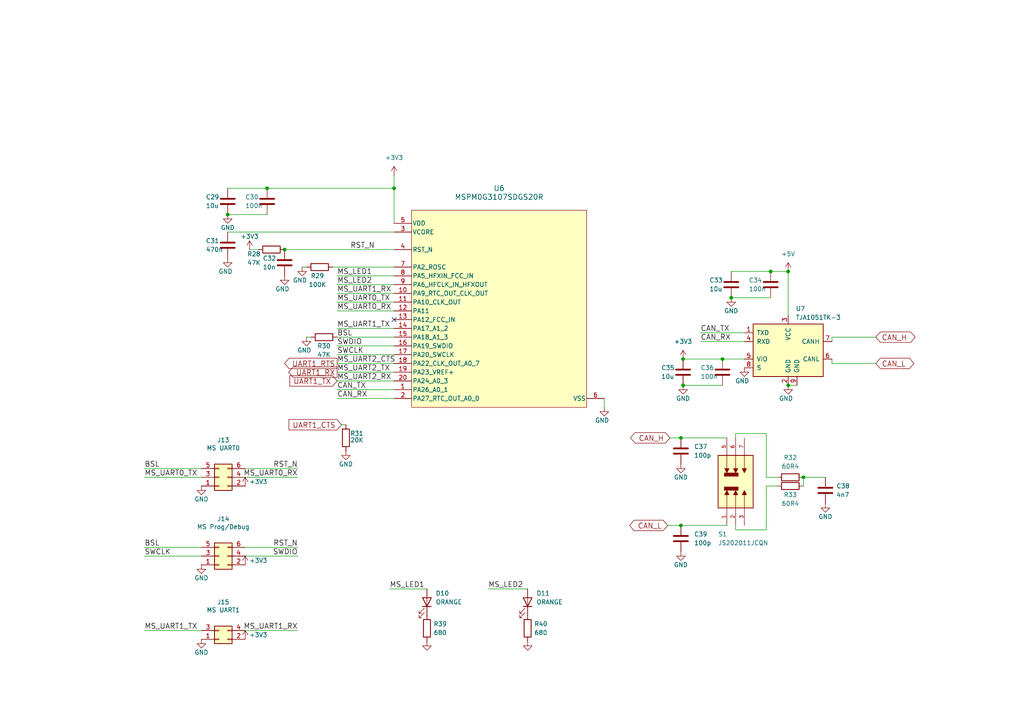
<source format=kicad_sch>
(kicad_sch (version 20231120) (generator "eeschema") (generator_version "8.0")
  (paper "A4")
  (lib_symbols
    (symbol "Connector_Generic:Conn_02x02_Odd_Even" (pin_names (offset 1.016) hide)
      (property "Reference" "J" (at 1.27 2.54 0))
      (property "Value" "Conn_02x02_Odd_Even" (at 1.27 -5.08 0))
      (symbol "Conn_02x02_Odd_Even_1_1"
        (rectangle (start -1.27 -2.413) (end 0 -2.667) (stroke (width 0.1524)))
        (rectangle (start -1.27 0.127) (end 0 -0.127) (stroke (width 0.1524)))
        (rectangle (start -1.27 1.27) (end 3.81 -3.81) (stroke (width 0.254)) (fill (type background)))
        (rectangle (start 3.81 -2.413) (end 2.54 -2.667) (stroke (width 0.1524)))
        (rectangle (start 3.81 0.127) (end 2.54 -0.127) (stroke (width 0.1524)))
        (pin passive line (at -5.08 0 0) (length 3.81) (name "Pin_1") (number "1"))
        (pin passive line (at 7.62 0 180) (length 3.81) (name "Pin_2") (number "2"))
        (pin passive line (at -5.08 -2.54 0) (length 3.81) (name "Pin_3") (number "3"))
        (pin passive line (at 7.62 -2.54 180) (length 3.81) (name "Pin_4") (number "4"))
      )
    )
    (symbol "Connector_Generic:Conn_02x03_Odd_Even" (pin_names (offset 1.016) hide)
      (property "Reference" "J" (at 1.27 5.08 0))
      (property "Value" "Conn_02x03_Odd_Even" (at 1.27 -5.08 0))
      (symbol "Conn_02x03_Odd_Even_1_1"
        (rectangle (start -1.27 -2.413) (end 0 -2.667) (stroke (width 0.1524)))
        (rectangle (start -1.27 0.127) (end 0 -0.127) (stroke (width 0.1524)))
        (rectangle (start -1.27 2.667) (end 0 2.413) (stroke (width 0.1524)))
        (rectangle (start -1.27 3.81) (end 3.81 -3.81) (stroke (width 0.254)) (fill (type background)))
        (rectangle (start 3.81 -2.413) (end 2.54 -2.667) (stroke (width 0.1524)))
        (rectangle (start 3.81 0.127) (end 2.54 -0.127) (stroke (width 0.1524)))
        (rectangle (start 3.81 2.667) (end 2.54 2.413) (stroke (width 0.1524)))
        (pin passive line (at -5.08 2.54 0) (length 3.81) (name "Pin_1") (number "1"))
        (pin passive line (at 7.62 2.54 180) (length 3.81) (name "Pin_2") (number "2"))
        (pin passive line (at -5.08 0 0) (length 3.81) (name "Pin_3") (number "3"))
        (pin passive line (at 7.62 0 180) (length 3.81) (name "Pin_4") (number "4"))
        (pin passive line (at -5.08 -2.54 0) (length 3.81) (name "Pin_5") (number "5"))
        (pin passive line (at 7.62 -2.54 180) (length 3.81) (name "Pin_6") (number "6"))
      )
    )
    (symbol "Device:C" (pin_numbers hide) (pin_names (offset 0.254))
      (property "Reference" "C" (at 0.635 2.54 0))
      (property "Value" "C" (at 0.635 -2.54 0))
      (symbol "C_0_1"
        (polyline (pts (xy -2.032 -0.762) (xy 2.032 -0.762)) (stroke (width 0.508)))
        (polyline (pts (xy -2.032 0.762) (xy 2.032 0.762)) (stroke (width 0.508)))
      )
      (symbol "C_1_1"
        (pin passive line (at 0 3.81 270) (length 2.794) (name "~") (number "1"))
        (pin passive line (at 0 -3.81 90) (length 2.794) (name "~") (number "2"))
      )
    )
    (symbol "Device:LED" (pin_numbers hide) (pin_names (offset 1.016) hide)
      (property "Reference" "D" (at 0 2.54 0))
      (property "Value" "LED" (at 0 -2.54 0))
      (symbol "LED_0_1"
        (polyline (pts (xy -1.27 -1.27) (xy -1.27 1.27)) (stroke (width 0.254)))
        (polyline (pts (xy -1.27 0) (xy 1.27 0)))
        (polyline (pts (xy 1.27 -1.27) (xy 1.27 1.27) (xy -1.27 0) (xy 1.27 -1.27)) (stroke (width 0.254)))
        (polyline (pts (xy -3.048 -0.762) (xy -4.572 -2.286) (xy -3.81 -2.286) (xy -4.572 -2.286) (xy -4.572 -1.524)))
        (polyline (pts (xy -1.778 -0.762) (xy -3.302 -2.286) (xy -2.54 -2.286) (xy -3.302 -2.286) (xy -3.302 -1.524)))
      )
      (symbol "LED_1_1"
        (pin passive line (at -3.81 0 0) (length 2.54) (name "K") (number "1"))
        (pin passive line (at 3.81 0 180) (length 2.54) (name "A") (number "2"))
      )
    )
    (symbol "Device:R" (pin_numbers hide) (pin_names (offset 0))
      (property "Reference" "R" (at 2.032 0 90))
      (property "Value" "R" (at 0 0 90))
      (symbol "R_0_1"
        (rectangle (start -1.016 -2.54) (end 1.016 2.54) (stroke (width 0.254)))
      )
      (symbol "R_1_1"
        (pin passive line (at 0 3.81 270) (length 1.27) (name "~") (number "1"))
        (pin passive line (at 0 -3.81 90) (length 1.27) (name "~") (number "2"))
      )
    )
    (symbol "Interface_CAN_LIN:TJA1051TK-3" (pin_names (offset 1.016))
      (property "Reference" "U" (at -10.16 8.89 0))
      (property "Value" "TJA1051TK-3" (at 1.27 8.89 0))
      (symbol "TJA1051TK-3_0_1"
        (rectangle (start -10.16 7.62) (end 10.16 -7.62) (stroke (width 0.254)) (fill (type background)))
      )
      (symbol "TJA1051TK-3_1_1"
        (pin input line (at -12.7 5.08 0) (length 2.54) (name "TXD") (number "1"))
        (pin power_in line (at 0 -10.16 90) (length 2.54) (name "GND") (number "2"))
        (pin power_in line (at 0 10.16 270) (length 2.54) (name "VCC") (number "3"))
        (pin output line (at -12.7 2.54 0) (length 2.54) (name "RXD") (number "4"))
        (pin power_in line (at -12.7 -2.54 0) (length 2.54) (name "VIO") (number "5"))
        (pin bidirectional line (at 12.7 -2.54 180) (length 2.54) (name "CANL") (number "6"))
        (pin bidirectional line (at 12.7 2.54 180) (length 2.54) (name "CANH") (number "7"))
        (pin input line (at -12.7 -5.08 0) (length 2.54) (name "S") (number "8"))
        (pin power_in line (at 2.54 -10.16 90) (length 2.54) (name "GND") (number "9"))
      )
    )
    (symbol "Project:JS202011JCQN" (pin_names (offset 1.016))
      (property "Reference" "S" (at -7.62 6.35 0))
      (property "Value" "JS202011JCQN" (at -7.62 -6.35 0))
      (symbol "JS202011JCQN_0_0"
        (rectangle (start -7.62 -5.08) (end 7.62 5.08) (stroke (width 0.254)) (fill (type background)))
        (polyline (pts (xy -7.62 -2.54) (xy -3.81 -2.54)) (stroke (width 0.1524)))
        (polyline (pts (xy -7.62 0) (xy -3.81 0)) (stroke (width 0.1524)))
        (polyline (pts (xy -7.62 2.54) (xy -3.81 2.54)) (stroke (width 0.1524)))
        (polyline (pts (xy 7.62 -2.54) (xy 3.81 -2.54)) (stroke (width 0.1524)))
        (polyline (pts (xy 7.62 0) (xy 3.81 0)) (stroke (width 0.1524)))
        (polyline (pts (xy 7.62 2.54) (xy 3.81 2.54)) (stroke (width 0.1524)))
        (polyline (pts (xy -3.81 -1.905) (xy -3.81 -3.175) (xy -2.54 -2.54) (xy -3.81 -1.905)) (stroke (width 0.1524)) (fill (type outline)))
        (polyline (pts (xy -3.81 0.635) (xy -3.81 -0.635) (xy -2.54 0) (xy -3.81 0.635)) (stroke (width 0.1524)) (fill (type outline)))
        (polyline (pts (xy -3.81 3.175) (xy -3.81 1.905) (xy -2.54 2.54) (xy -3.81 3.175)) (stroke (width 0.1524)) (fill (type outline)))
        (polyline (pts (xy 3.81 -3.175) (xy 3.81 -1.905) (xy 2.54 -2.54) (xy 3.81 -3.175)) (stroke (width 0.1524)) (fill (type outline)))
        (polyline (pts (xy 3.81 -0.635) (xy 3.81 0.635) (xy 2.54 0) (xy 3.81 -0.635)) (stroke (width 0.1524)) (fill (type outline)))
        (polyline (pts (xy 3.81 1.905) (xy 3.81 3.175) (xy 2.54 2.54) (xy 3.81 1.905)) (stroke (width 0.1524)) (fill (type outline)))
        (polyline (pts (xy -2.54 3.302) (xy -2.54 -0.762) (xy -1.524 -0.762) (xy -1.524 3.302) (xy -2.54 3.302)) (stroke (width 0.0254)) (fill (type outline)))
        (polyline (pts (xy 1.524 3.302) (xy 1.524 -0.762) (xy 2.54 -0.762) (xy 2.54 3.302) (xy 1.524 3.302)) (stroke (width 0.0254)) (fill (type outline)))
        (pin passive line (at -12.7 2.54 0) (length 5.08) (name "~") (number "1"))
        (pin passive line (at -12.7 0 0) (length 5.08) (name "~") (number "2"))
        (pin passive line (at -12.7 -2.54 0) (length 5.08) (name "~") (number "3"))
        (pin passive line (at 12.7 2.54 180) (length 5.08) (name "~") (number "5"))
        (pin passive line (at 12.7 0 180) (length 5.08) (name "~") (number "6"))
        (pin passive line (at 12.7 -2.54 180) (length 5.08) (name "~") (number "7"))
      )
    )
    (symbol "Project:MSPM0G3107SDGS20R" (pin_names (offset 0.254))
      (property "Reference" "U" (at 0 2.54 0))
      (property "Value" "MSPM0G3107SDGS20R" (at 0 0 0))
      (symbol "MSPM0G3107SDGS20R_0_1"
        (pin bidirectional line (at 0 -48.26 0) (length 5.08) (name "PA26_A0_1") (number "1"))
        (pin bidirectional line (at 0 -20.32 0) (length 5.08) (name "PA9_RTC_OUT_CLK_OUT") (number "10"))
        (pin bidirectional line (at 0 -22.86 0) (length 5.08) (name "PA10_CLK_OUT") (number "11"))
        (pin bidirectional line (at 0 -25.4 0) (length 5.08) (name "PA11") (number "12"))
        (pin bidirectional line (at 0 -27.94 0) (length 5.08) (name "PA12_FCC_IN") (number "13"))
        (pin bidirectional line (at 0 -30.48 0) (length 5.08) (name "PA17_A1_2") (number "14"))
        (pin bidirectional line (at 0 -33.02 0) (length 5.08) (name "PA18_A1_3") (number "15"))
        (pin bidirectional line (at 0 -35.56 0) (length 5.08) (name "PA19_SWDIO") (number "16"))
        (pin bidirectional line (at 0 -38.1 0) (length 5.08) (name "PA20_SWCLK") (number "17"))
        (pin bidirectional line (at 0 -40.64 0) (length 5.08) (name "PA22_CLK_OUT_A0_7") (number "18"))
        (pin bidirectional line (at 0 -43.18 0) (length 5.08) (name "PA23_VREF+") (number "19"))
        (pin bidirectional line (at 0 -50.8 0) (length 5.08) (name "PA27_RTC_OUT_A0_0") (number "2"))
        (pin bidirectional line (at 0 -45.72 0) (length 5.08) (name "PA24_A0_3") (number "20"))
        (pin input line (at 0 -7.62 0) (length 5.08) (name "RST_N") (number "4"))
        (pin power_in line (at 0 0 0) (length 5.08) (name "VDD") (number "5"))
        (pin power_in line (at 60.96 -50.8 180) (length 5.08) (name "VSS") (number "6"))
        (pin bidirectional line (at 0 -12.7 0) (length 5.08) (name "PA2_ROSC") (number "7"))
        (pin bidirectional line (at 0 -15.24 0) (length 5.08) (name "PA5_HFXIN_FCC_IN") (number "8"))
        (pin bidirectional line (at 0 -17.78 0) (length 5.08) (name "PA6_HFCLK_IN_HFXOUT") (number "9"))
      )
      (symbol "MSPM0G3107SDGS20R_1_1"
        (rectangle (start 5.08 3.81) (end 55.88 -53.34) (fill (type background)))
        (pin passive line (at 0 -2.54 0) (length 5.08) (name "VCORE") (number "3"))
      )
    )
    (symbol "power:+3V3" (power) (pin_numbers hide) (pin_names (offset 0) hide)
      (property "Value" "+3V3" (at 0 3.556 0))
      (symbol "+3V3_0_1"
        (polyline (pts (xy -0.762 1.27) (xy 0 2.54)))
        (polyline (pts (xy 0 0) (xy 0 2.54)))
        (polyline (pts (xy 0 2.54) (xy 0.762 1.27)))
      )
      (symbol "+3V3_1_1"
        (pin power_in line (at 0 0 90) (length 0) (name "~") (number "1"))
      )
    )
    (symbol "power:+5V" (power) (pin_numbers hide) (pin_names (offset 0) hide)
      (property "Value" "+5V" (at 0 3.556 0))
      (symbol "+5V_0_1"
        (polyline (pts (xy -0.762 1.27) (xy 0 2.54)))
        (polyline (pts (xy 0 0) (xy 0 2.54)))
        (polyline (pts (xy 0 2.54) (xy 0.762 1.27)))
      )
      (symbol "+5V_1_1"
        (pin power_in line (at 0 0 90) (length 0) (name "~") (number "1"))
      )
    )
    (symbol "power:GND" (power) (pin_numbers hide) (pin_names (offset 0) hide)
      (property "Value" "GND" (at 0 -3.81 0))
      (symbol "GND_0_1"
        (polyline (pts (xy 0 0) (xy 0 -1.27) (xy 1.27 -1.27) (xy 0 -2.54) (xy -1.27 -1.27) (xy 0 -1.27)))
      )
      (symbol "GND_1_1"
        (pin power_in line (at 0 0 270) (length 0) (name "~") (number "1"))
      )
    )
  )
  (junction (at 233.045 138.43))
  (junction (at 228.6 78.74))
  (junction (at 66.04 62.23))
  (junction (at 114.3 54.61))
  (junction (at 223.52 78.74))
  (junction (at 197.485 127))
  (junction (at 228.6 111.76))
  (junction (at 197.485 152.4))
  (junction (at 212.09 86.36))
  (junction (at 82.55 72.39))
  (junction (at 198.12 111.76))
  (junction (at 198.12 104.14))
  (junction (at 209.55 104.14))
  (junction (at 77.47 54.61))
  (no_connect (at 114.3 92.71))
  (wire (pts (xy 97.79 87.63) (xy 114.3 87.63)))
  (wire (pts (xy 222.25 138.43) (xy 225.425 138.43)))
  (wire (pts (xy 71.12 161.29) (xy 86.36 161.29)))
  (wire (pts (xy 209.55 111.76) (xy 198.12 111.76)))
  (wire (pts (xy 97.79 110.49) (xy 114.3 110.49)))
  (wire (pts (xy 241.3 105.41) (xy 254 105.41)))
  (wire (pts (xy 97.79 102.87) (xy 114.3 102.87)))
  (wire (pts (xy 66.04 54.61) (xy 77.47 54.61)))
  (wire (pts (xy 175.26 115.57) (xy 175.26 118.11)))
  (wire (pts (xy 222.25 140.97) (xy 225.425 140.97)))
  (wire (pts (xy 87.63 77.47) (xy 88.9 77.47)))
  (wire (pts (xy 198.12 104.14) (xy 209.55 104.14)))
  (wire (pts (xy 41.91 182.88) (xy 58.42 182.88)))
  (wire (pts (xy 97.79 107.95) (xy 114.3 107.95)))
  (wire (pts (xy 213.36 153.67) (xy 222.25 153.67)))
  (wire (pts (xy 97.79 82.55) (xy 114.3 82.55)))
  (wire (pts (xy 41.91 135.89) (xy 58.42 135.89)))
  (wire (pts (xy 97.79 113.03) (xy 114.3 113.03)))
  (wire (pts (xy 97.79 95.25) (xy 114.3 95.25)))
  (wire (pts (xy 41.91 158.75) (xy 58.42 158.75)))
  (wire (pts (xy 212.09 78.74) (xy 223.52 78.74)))
  (wire (pts (xy 241.3 97.79) (xy 254 97.79)))
  (wire (pts (xy 141.605 170.815) (xy 153.035 170.815)))
  (wire (pts (xy 213.36 152.4) (xy 213.36 153.67)))
  (wire (pts (xy 97.79 90.17) (xy 114.3 90.17)))
  (wire (pts (xy 71.12 135.89) (xy 86.36 135.89)))
  (wire (pts (xy 88.9 97.79) (xy 90.17 97.79)))
  (wire (pts (xy 71.12 158.75) (xy 86.36 158.75)))
  (wire (pts (xy 97.79 97.79) (xy 114.3 97.79)))
  (wire (pts (xy 197.485 127) (xy 210.82 127)))
  (wire (pts (xy 222.25 153.67) (xy 222.25 140.97)))
  (wire (pts (xy 223.52 78.74) (xy 228.6 78.74)))
  (wire (pts (xy 213.36 125.73) (xy 222.25 125.73)))
  (wire (pts (xy 222.25 125.73) (xy 222.25 138.43)))
  (wire (pts (xy 241.3 104.14) (xy 241.3 105.41)))
  (wire (pts (xy 114.3 54.61) (xy 114.3 64.77)))
  (wire (pts (xy 193.675 152.4) (xy 197.485 152.4)))
  (wire (pts (xy 233.045 138.43) (xy 233.045 140.97)))
  (wire (pts (xy 97.79 80.01) (xy 114.3 80.01)))
  (wire (pts (xy 66.04 67.31) (xy 114.3 67.31)))
  (wire (pts (xy 223.52 86.36) (xy 212.09 86.36)))
  (wire (pts (xy 77.47 54.61) (xy 114.3 54.61)))
  (wire (pts (xy 241.3 99.06) (xy 241.3 97.79)))
  (wire (pts (xy 228.6 111.76) (xy 231.14 111.76)))
  (wire (pts (xy 228.6 78.74) (xy 228.6 91.44)))
  (wire (pts (xy 197.485 152.4) (xy 210.82 152.4)))
  (wire (pts (xy 99.06 123.19) (xy 100.33 123.19)))
  (wire (pts (xy 113.03 170.815) (xy 123.825 170.815)))
  (wire (pts (xy 97.79 105.41) (xy 114.3 105.41)))
  (wire (pts (xy 82.55 72.39) (xy 114.3 72.39)))
  (wire (pts (xy 96.52 77.47) (xy 114.3 77.47)))
  (wire (pts (xy 209.55 104.14) (xy 215.9 104.14)))
  (wire (pts (xy 194.31 127) (xy 197.485 127)))
  (wire (pts (xy 97.79 100.33) (xy 114.3 100.33)))
  (wire (pts (xy 97.79 115.57) (xy 114.3 115.57)))
  (wire (pts (xy 74.93 72.39) (xy 72.39 72.39)))
  (wire (pts (xy 97.79 85.09) (xy 114.3 85.09)))
  (wire (pts (xy 71.12 138.43) (xy 86.36 138.43)))
  (wire (pts (xy 71.12 182.88) (xy 86.36 182.88)))
  (wire (pts (xy 77.47 62.23) (xy 66.04 62.23)))
  (wire (pts (xy 203.2 96.52) (xy 215.9 96.52)))
  (wire (pts (xy 41.91 161.29) (xy 58.42 161.29)))
  (wire (pts (xy 41.91 138.43) (xy 58.42 138.43)))
  (wire (pts (xy 233.045 138.43) (xy 239.395 138.43)))
  (wire (pts (xy 114.3 50.8) (xy 114.3 54.61)))
  (wire (pts (xy 213.36 127) (xy 213.36 125.73)))
  (wire (pts (xy 203.2 99.06) (xy 215.9 99.06)))
  (label "SWDIO" (at 97.79 100.33 0) (effects (font (size 1.524 1.524))))
  (label "MS_LED1" (at 113.03 170.815 0) (effects (font (size 1.524 1.524))))
  (label "CAN_RX" (at 203.2 99.06 0) (effects (font (size 1.524 1.524))))
  (label "MS_UART2_TX" (at 97.79 107.95 0) (effects (font (size 1.524 1.524))))
  (label "SWCLK" (at 97.79 102.87 0) (effects (font (size 1.524 1.524))))
  (label "MS_UART1_TX" (at 41.91 182.88 0) (effects (font (size 1.524 1.524))))
  (label "CAN_RX" (at 97.79 115.57 0) (effects (font (size 1.524 1.524))))
  (label "RST_N" (at 86.36 135.89 180) (effects (font (size 1.524 1.524))))
  (label "SWDIO" (at 86.36 161.29 180) (effects (font (size 1.524 1.524))))
  (label "CAN_TX" (at 97.79 113.03 0) (effects (font (size 1.524 1.524))))
  (label "MS_LED2" (at 141.605 170.815 0) (effects (font (size 1.524 1.524))))
  (label "BSL" (at 97.79 97.79 0) (effects (font (size 1.524 1.524))))
  (label "MS_UART0_TX" (at 41.91 138.43 0) (effects (font (size 1.524 1.524))))
  (label "MS_UART1_RX" (at 86.36 182.88 180) (effects (font (size 1.524 1.524))))
  (label "MS_UART2_RX" (at 97.79 110.49 0) (effects (font (size 1.524 1.524))))
  (label "MS_UART2_CTS" (at 97.79 105.41 0) (effects (font (size 1.524 1.524))))
  (label "MS_UART0_TX" (at 97.79 87.63 0) (effects (font (size 1.524 1.524))))
  (label "RST_N" (at 86.36 158.75 180) (effects (font (size 1.524 1.524))))
  (label "MS_LED1" (at 97.79 80.01 0) (effects (font (size 1.524 1.524))))
  (label "SWCLK" (at 41.91 161.29 0) (effects (font (size 1.524 1.524))))
  (label "MS_UART0_RX" (at 97.79 90.17 0) (effects (font (size 1.524 1.524))))
  (label "BSL" (at 41.91 135.89 0) (effects (font (size 1.524 1.524))))
  (label "MS_UART0_RX" (at 86.36 138.43 180) (effects (font (size 1.524 1.524))))
  (label "MS_LED2" (at 97.79 82.55 0) (effects (font (size 1.524 1.524))))
  (label "RST_N" (at 101.6 72.39 0) (effects (font (size 1.524 1.524))))
  (label "MS_UART1_RX" (at 97.79 85.09 0) (effects (font (size 1.524 1.524))))
  (label "CAN_TX" (at 203.2 96.52 0) (effects (font (size 1.524 1.524))))
  (label "BSL" (at 41.91 158.75 0) (effects (font (size 1.524 1.524))))
  (label "MS_UART1_TX" (at 97.79 95.25 0) (effects (font (size 1.524 1.524))))
  (global_label "CAN_L" (shape bidirectional) (at 193.675 152.4 180) (effects (font (size 1.524 1.524))) (property "Intersheetrefs" "${INTERSHEET_REFS}" (effects (hide yes))))
  (global_label "CAN_H" (shape bidirectional) (at 254 97.79 0) (effects (font (size 1.524 1.524))) (property "Intersheetrefs" "${INTERSHEET_REFS}" (effects (hide yes))))
  (global_label "UART1_RTS" (shape output) (at 97.79 105.41 180) (effects (font (size 1.524 1.524))) (property "Intersheetrefs" "${INTERSHEET_REFS}" (effects (hide yes))))
  (global_label "CAN_H" (shape bidirectional) (at 194.31 127 180) (effects (font (size 1.524 1.524))) (property "Intersheetrefs" "${INTERSHEET_REFS}" (effects (hide yes))))
  (global_label "UART1_RX" (shape output) (at 97.79 107.95 180) (effects (font (size 1.524 1.524))) (property "Intersheetrefs" "${INTERSHEET_REFS}" (effects (hide yes))))
  (global_label "CAN_L" (shape bidirectional) (at 254 105.41 0) (effects (font (size 1.524 1.524))) (property "Intersheetrefs" "${INTERSHEET_REFS}" (effects (hide yes))))
  (global_label "UART1_CTS" (shape input) (at 99.06 123.19 180) (effects (font (size 1.524 1.524))) (property "Intersheetrefs" "${INTERSHEET_REFS}" (effects (hide yes))))
  (global_label "UART1_TX" (shape input) (at 97.79 110.49 180) (effects (font (size 1.524 1.524))) (property "Intersheetrefs" "${INTERSHEET_REFS}" (effects (hide yes))))
  (symbol (lib_id "Device:R") (at 153.035 182.245 0) (unit 1)
    (property "Reference" "R40" (at 154.94 180.9749 0) (effects (justify left)))
    (property "Value" "680" (at 154.94 183.5149 0) (effects (justify left)))
    (property "Footprint" "Resistor_SMD:R_0603_1608Metric_Pad0.98x0.95mm_HandSolder" (effects (hide yes)))
    (property "Manufactorer" "YAGEO" (effects (hide yes)))
    (property "Part Number" "RC0603FR-07680RL" (effects (hide yes)))
    (property "Tolerance" "1%" (effects (hide yes)))
  )
  (symbol (lib_id "power:GND") (at 58.42 163.83 0) (unit 1)
    (property "Reference" "#PWR088" (effects (hide yes)))
    (property "Value" "GND" (at 58.42 167.64 0))
    (property "Description" "Power symbol creates a global label with name \"GND\" , ground" (effects (hide yes)))
  )
  (symbol (lib_id "Project:JS202011JCQN") (at 213.36 139.7 90) (unit 1)
    (property "Reference" "S1" (at 208.28 154.94 90) (effects (justify right)))
    (property "Value" "JS202011JCQN" (at 208.28 157.48 90) (effects (justify right)))
    (property "Footprint" "Project:SW_JS202011JCQN" (effects (hide yes)))
    (property "PARTREV" "11 Nov 19" (effects (hide yes)))
    (property "MANUFACTURER" "C&K" (effects (hide yes)))
    (property "MAXIMUM_PACKAGE_HEIGHT" "5.6 mm" (effects (hide yes)))
    (property "STANDARD" "Manufacturer Recommendations" (effects (hide yes)))
    (property "Manufactorer" "C&K" (effects (hide yes)))
    (property "Part Number" "JS202011JCQN" (effects (hide yes)))
  )
  (symbol (lib_id "power:GND") (at 239.395 146.05 0) (unit 1)
    (property "Reference" "#PWR086" (effects (hide yes)))
    (property "Value" "GND" (at 239.395 149.86 0))
    (property "Description" "Power symbol creates a global label with name \"GND\" , ground" (effects (hide yes)))
  )
  (symbol (lib_id "power:GND") (at 153.035 186.055 0) (unit 1)
    (property "Reference" "#PWR027" (effects (hide yes)))
    (property "Value" "GND" (effects (hide yes)))
    (property "Description" "Power symbol creates a global label with name \"GND\" , ground" (effects (hide yes)))
  )
  (symbol (lib_id "Device:C") (at 198.12 107.95 0) (unit 1)
    (property "Reference" "C35" (at 191.77 106.68 0) (effects (justify left)))
    (property "Value" "10u" (at 191.77 109.22 0) (effects (justify left)))
    (property "Footprint" "Capacitor_SMD:C_0603_1608Metric_Pad1.08x0.95mm_HandSolder" (effects (hide yes)))
    (property "Description" "Unpolarized capacitor" (effects (hide yes)))
    (property "Manufactorer" "Murata" (effects (hide yes)))
    (property "Part Number" "GRM21BR61E106KA73L" (effects (hide yes)))
    (property "Tolerance" "10%" (effects (hide yes)))
    (property "Voltage" "25" (effects (hide yes)))
  )
  (symbol (lib_id "Device:R") (at 78.74 72.39 90) (unit 1)
    (property "Reference" "R28" (at 73.66 73.66 90))
    (property "Value" "47K" (at 73.66 76.2 90))
    (property "Footprint" "Resistor_SMD:R_0603_1608Metric_Pad0.98x0.95mm_HandSolder" (effects (hide yes)))
    (property "Description" "Resistor" (effects (hide yes)))
    (property "Manufactorer" "YAGEO" (effects (hide yes)))
    (property "Tolerance" "1%" (effects (hide yes)))
    (property "Part Number" "RT0603BRD0747KL" (effects (hide yes)))
  )
  (symbol (lib_id "Project:MSPM0G3107SDGS20R") (at 114.3 64.77 0) (unit 1)
    (property "Reference" "U6" (at 144.78 54.61 0) (effects (font (size 1.524 1.524))))
    (property "Value" "MSPM0G3107SDGS20R" (at 144.78 57.15 0) (effects (font (size 1.524 1.524))))
    (property "Footprint" "Project:DGS0020A-MFG" (effects (hide yes)))
    (property "Datasheet" "MSPM0G3107SDGS20R" (effects (hide yes)))
  )
  (symbol (lib_id "power:+3V3") (at 71.12 185.42 0) (unit 1)
    (property "Reference" "#PWR091" (effects (hide yes)))
    (property "Value" "+3V3" (at 74.93 184.15 0))
    (property "Description" "Power symbol creates a global label with name \"+3V3\"" (effects (hide yes)))
  )
  (symbol (lib_id "power:GND") (at 82.55 80.01 0) (unit 1)
    (property "Reference" "#PWR074" (effects (hide yes)))
    (property "Value" "GND" (at 81.915 83.82 0))
    (property "Description" "Power symbol creates a global label with name \"GND\" , ground" (effects (hide yes)))
  )
  (symbol (lib_id "Device:R") (at 229.235 140.97 270) (unit 1)
    (property "Reference" "R33" (at 229.235 143.51 90))
    (property "Value" "60R4" (at 229.235 146.05 90))
    (property "Footprint" "Resistor_SMD:R_0603_1608Metric_Pad0.98x0.95mm_HandSolder" (effects (hide yes)))
    (property "Description" "Resistor" (effects (hide yes)))
    (property "Manufactorer" "YAGEO" (effects (hide yes)))
    (property "Tolerance" "1%" (effects (hide yes)))
    (property "Part Number" "RT0603BRD060R4L" (effects (hide yes)))
  )
  (symbol (lib_id "Device:R") (at 93.98 97.79 90) (unit 1)
    (property "Reference" "R30" (at 93.98 100.33 90))
    (property "Value" "47K" (at 93.98 102.87 90))
    (property "Footprint" "Resistor_SMD:R_0603_1608Metric_Pad0.98x0.95mm_HandSolder" (effects (hide yes)))
    (property "Description" "Resistor" (effects (hide yes)))
    (property "Manufactorer" "YAGEO" (effects (hide yes)))
    (property "Tolerance" "1%" (effects (hide yes)))
    (property "Part Number" "RT0603BRD0747KL" (effects (hide yes)))
  )
  (symbol (lib_id "Device:R") (at 229.235 138.43 270) (unit 1)
    (property "Reference" "R32" (at 229.235 132.715 90))
    (property "Value" "60R4" (at 229.235 135.255 90))
    (property "Footprint" "Resistor_SMD:R_0603_1608Metric_Pad0.98x0.95mm_HandSolder" (effects (hide yes)))
    (property "Description" "Resistor" (effects (hide yes)))
    (property "Manufactorer" "YAGEO" (effects (hide yes)))
    (property "Tolerance" "1%" (effects (hide yes)))
    (property "Part Number" "RT0603BRD060R4L" (effects (hide yes)))
  )
  (symbol (lib_id "power:GND") (at 175.26 118.11 0) (unit 1)
    (property "Reference" "#PWR081" (effects (hide yes)))
    (property "Value" "GND" (at 174.625 121.92 0))
    (property "Description" "Power symbol creates a global label with name \"GND\" , ground" (effects (hide yes)))
  )
  (symbol (lib_id "power:+5V") (at 228.6 78.74 0) (unit 1)
    (property "Reference" "#PWR073" (effects (hide yes)))
    (property "Value" "+5V" (at 228.6 73.66 0))
    (property "Description" "Power symbol creates a global label with name \"+5V\"" (effects (hide yes)))
  )
  (symbol (lib_id "Device:R") (at 123.825 182.245 0) (unit 1)
    (property "Reference" "R39" (at 125.73 180.9749 0) (effects (justify left)))
    (property "Value" "680" (at 125.73 183.5149 0) (effects (justify left)))
    (property "Footprint" "Resistor_SMD:R_0603_1608Metric_Pad0.98x0.95mm_HandSolder" (effects (hide yes)))
    (property "Manufactorer" "YAGEO" (effects (hide yes)))
    (property "Part Number" "RC0603FR-07680RL" (effects (hide yes)))
    (property "Tolerance" "1%" (effects (hide yes)))
  )
  (symbol (lib_id "power:+3V3") (at 114.3 50.8 0) (unit 1)
    (property "Reference" "#PWR068" (effects (hide yes)))
    (property "Value" "+3V3" (at 114.3 45.72 0))
    (property "Description" "Power symbol creates a global label with name \"+3V3\"" (effects (hide yes)))
  )
  (symbol (lib_id "Device:C") (at 197.485 156.21 0) (unit 1)
    (property "Reference" "C39" (at 201.295 154.9399 0) (effects (justify left)))
    (property "Value" "100p" (at 201.295 157.4799 0) (effects (justify left)))
    (property "Footprint" "Capacitor_SMD:C_0603_1608Metric_Pad1.08x0.95mm_HandSolder" (effects (hide yes)))
    (property "Description" "Unpolarized capacitor" (effects (hide yes)))
    (property "Manufactorer" "Samsung" (effects (hide yes)))
    (property "Part Number" "CL10C101JB8NNNC" (effects (hide yes)))
    (property "Tolerance" "5%" (effects (hide yes)))
    (property "Voltage" "50" (effects (hide yes)))
  )
  (symbol (lib_id "power:+3V3") (at 198.12 104.14 0) (unit 1)
    (property "Reference" "#PWR077" (effects (hide yes)))
    (property "Value" "+3V3" (at 198.12 99.06 0))
    (property "Description" "Power symbol creates a global label with name \"+3V3\"" (effects (hide yes)))
  )
  (symbol (lib_id "power:+3V3") (at 72.39 72.39 0) (unit 1)
    (property "Reference" "#PWR070" (effects (hide yes)))
    (property "Value" "+3V3" (at 72.39 68.58 0))
    (property "Description" "Power symbol creates a global label with name \"+3V3\"" (effects (hide yes)))
  )
  (symbol (lib_id "Device:C") (at 212.09 82.55 0) (unit 1)
    (property "Reference" "C33" (at 205.74 81.28 0) (effects (justify left)))
    (property "Value" "10u" (at 205.74 83.82 0) (effects (justify left)))
    (property "Footprint" "Capacitor_SMD:C_0603_1608Metric_Pad1.08x0.95mm_HandSolder" (effects (hide yes)))
    (property "Description" "Unpolarized capacitor" (effects (hide yes)))
    (property "Manufactorer" "Murata" (effects (hide yes)))
    (property "Part Number" "GRM21BR61E106KA73L" (effects (hide yes)))
    (property "Tolerance" "10%" (effects (hide yes)))
    (property "Voltage" "25" (effects (hide yes)))
  )
  (symbol (lib_id "power:GND") (at 66.04 62.23 0) (unit 1)
    (property "Reference" "#PWR069" (effects (hide yes)))
    (property "Value" "GND" (at 66.04 66.04 0))
    (property "Description" "Power symbol creates a global label with name \"GND\" , ground" (effects (hide yes)))
  )
  (symbol (lib_id "Interface_CAN_LIN:TJA1051TK-3") (at 228.6 101.6 0) (unit 1)
    (property "Reference" "U7" (at 230.7941 89.535 0) (effects (justify left)))
    (property "Value" "TJA1051TK-3" (at 230.7941 92.075 0) (effects (justify left)))
    (property "Footprint" "Package_DFN_QFN:DFN-8-1EP_3x3mm_P0.65mm_EP1.55x2.4mm" (effects (hide yes)))
    (property "Datasheet" "http://www.nxp.com/docs/en/data-sheet/TJA1051.pdf" (effects (hide yes)))
    (property "Description" "High-Speed CAN Transceiver, separate VIO, silent mode, DFN-8" (effects (hide yes)))
  )
  (symbol (lib_id "Device:R") (at 100.33 127 0) (mirror x) (unit 1)
    (property "Reference" "R31" (at 103.505 125.73 0))
    (property "Value" "20K" (at 103.505 127.635 0))
    (property "Footprint" "Resistor_SMD:R_0603_1608Metric_Pad0.98x0.95mm_HandSolder" (effects (hide yes)))
    (property "Size" "0603" (effects (hide yes)))
    (property "Manufactorer" "YAGEO" (effects (hide yes)))
    (property "Part Number" "RT0603BRD0720KL" (effects (hide yes)))
    (property "Tolerance" "0.1%" (effects (hide yes)))
  )
  (symbol (lib_id "power:GND") (at 212.09 86.36 0) (unit 1)
    (property "Reference" "#PWR075" (effects (hide yes)))
    (property "Value" "GND" (at 212.09 90.17 0))
    (property "Description" "Power symbol creates a global label with name \"GND\" , ground" (effects (hide yes)))
  )
  (symbol (lib_id "Device:C") (at 82.55 76.2 0) (unit 1)
    (property "Reference" "C32" (at 76.2 74.93 0) (effects (justify left)))
    (property "Value" "10n" (at 76.2 77.47 0) (effects (justify left)))
    (property "Footprint" "Capacitor_SMD:C_0603_1608Metric_Pad1.08x0.95mm_HandSolder" (effects (hide yes)))
    (property "Description" "Unpolarized capacitor" (effects (hide yes)))
    (property "Manufactorer" "Murata" (effects (hide yes)))
    (property "Part Number" "GRT1885C1E103JA02J" (effects (hide yes)))
    (property "Tolerance" "5%" (effects (hide yes)))
    (property "Voltage" "25" (effects (hide yes)))
  )
  (symbol (lib_id "Device:C") (at 209.55 107.95 0) (unit 1)
    (property "Reference" "C36" (at 203.2 106.68 0) (effects (justify left)))
    (property "Value" "100n" (at 203.2 109.22 0) (effects (justify left)))
    (property "Footprint" "Capacitor_SMD:C_0402_1005Metric_Pad0.74x0.62mm_HandSolder" (effects (hide yes)))
    (property "Description" "Unpolarized capacitor" (effects (hide yes)))
    (property "Manufactorer" "Murata" (effects (hide yes)))
    (property "Part Number" "GRM155R61E104KA87D" (effects (hide yes)))
    (property "Tolerance" "10%" (effects (hide yes)))
    (property "Voltage" "25" (effects (hide yes)))
  )
  (symbol (lib_id "power:GND") (at 197.485 134.62 0) (unit 1)
    (property "Reference" "#PWR083" (effects (hide yes)))
    (property "Value" "GND" (at 197.485 138.43 0))
    (property "Description" "Power symbol creates a global label with name \"GND\" , ground" (effects (hide yes)))
  )
  (symbol (lib_id "Device:C") (at 239.395 142.24 0) (unit 1)
    (property "Reference" "C38" (at 242.57 140.9699 0) (effects (justify left)))
    (property "Value" "4n7" (at 242.57 143.5099 0) (effects (justify left)))
    (property "Footprint" "Capacitor_SMD:C_0603_1608Metric_Pad1.08x0.95mm_HandSolder" (effects (hide yes)))
    (property "Description" "Unpolarized capacitor" (effects (hide yes)))
    (property "Manufactorer" "Murata" (effects (hide yes)))
    (property "Part Number" "GRM1885C1H472JA01D" (effects (hide yes)))
    (property "Tolerance" "5%" (effects (hide yes)))
    (property "Voltage" "50" (effects (hide yes)))
  )
  (symbol (lib_id "power:GND") (at 58.42 185.42 0) (unit 1)
    (property "Reference" "#PWR090" (effects (hide yes)))
    (property "Value" "GND" (at 58.42 189.23 0))
    (property "Description" "Power symbol creates a global label with name \"GND\" , ground" (effects (hide yes)))
  )
  (symbol (lib_id "power:GND") (at 87.63 77.47 0) (unit 1)
    (property "Reference" "#PWR072" (effects (hide yes)))
    (property "Value" "GND" (at 86.995 81.28 0))
    (property "Description" "Power symbol creates a global label with name \"GND\" , ground" (effects (hide yes)))
  )
  (symbol (lib_id "power:GND") (at 66.04 74.93 0) (unit 1)
    (property "Reference" "#PWR071" (effects (hide yes)))
    (property "Value" "GND" (at 65.405 78.74 0))
    (property "Description" "Power symbol creates a global label with name \"GND\" , ground" (effects (hide yes)))
  )
  (symbol (lib_id "Device:R") (at 92.71 77.47 90) (unit 1)
    (property "Reference" "R29" (at 92.075 80.01 90))
    (property "Value" "100K" (at 92.075 82.55 90))
    (property "Footprint" "Resistor_SMD:R_0603_1608Metric_Pad0.98x0.95mm_HandSolder" (effects (hide yes)))
    (property "Description" "Resistor" (effects (hide yes)))
    (property "Manufactorer" "YAGEO" (effects (hide yes)))
    (property "Tolerance" "1%" (effects (hide yes)))
    (property "Part Number" "RT0603BRD07100KL" (effects (hide yes)))
  )
  (symbol (lib_id "Connector_Generic:Conn_02x03_Odd_Even") (at 63.5 161.29 0) (mirror x) (unit 1)
    (property "Reference" "J14" (at 64.77 150.495 0))
    (property "Value" "MS Prog/Debug" (at 64.77 152.8064 0))
    (property "Footprint" "Connector_PinHeader_2.54mm:PinHeader_2x03_P2.54mm_Vertical" (effects (hide yes)))
    (property "Description" "Generic connector, double row, 02x03, odd/even pin numbering scheme (row 1 odd numbers, row 2 even numbers), script generated (kicad-library-utils/schlib/autogen/connector/)" (effects (hide yes)))
    (property "Order" "https://www.digikey.com/en/products/detail/adam-tech/HPH2-A-10-UA-SMT/9831541" (effects (hide yes)))
    (property "Mfr. #" "HPH2-A-10-UA-SMT" (effects (hide yes)))
  )
  (symbol (lib_id "Device:LED") (at 153.035 174.625 270) (mirror x) (unit 1)
    (property "Reference" "D11" (at 155.575 172.085 90) (effects (justify left)))
    (property "Value" "ORANGE" (at 155.575 174.625 90) (effects (justify left)))
    (property "Footprint" "LED_SMD:LED_0603_1608Metric_Pad1.05x0.95mm_HandSolder" (effects (hide yes)))
    (property "Datasheet" "https://mm.digikey.com/Volume0/opasdata/d220001/medias/docus/1294/LTST-C191GKT.pdf" (effects (hide yes)))
    (property "Color" "Green" (effects (hide yes)))
    (property "Manufactorer" "Lite-On" (effects (hide yes)))
    (property "Part Number" "LTST-C191KFKT" (effects (hide yes)))
    (property "Voltage" "2.1" (effects (hide yes)))
  )
  (symbol (lib_id "Device:LED") (at 123.825 174.625 270) (mirror x) (unit 1)
    (property "Reference" "D10" (at 126.365 172.085 90) (effects (justify left)))
    (property "Value" "ORANGE" (at 126.365 174.625 90) (effects (justify left)))
    (property "Footprint" "LED_SMD:LED_0603_1608Metric_Pad1.05x0.95mm_HandSolder" (effects (hide yes)))
    (property "Datasheet" "https://mm.digikey.com/Volume0/opasdata/d220001/medias/docus/1294/LTST-C191GKT.pdf" (effects (hide yes)))
    (property "Color" "Green" (effects (hide yes)))
    (property "Manufactorer" "Lite-On" (effects (hide yes)))
    (property "Part Number" "LTST-C191KFKT" (effects (hide yes)))
    (property "Voltage" "2.1" (effects (hide yes)))
  )
  (symbol (lib_id "power:GND") (at 228.6 111.76 0) (unit 1)
    (property "Reference" "#PWR080" (effects (hide yes)))
    (property "Value" "GND" (at 227.965 115.57 0))
    (property "Description" "Power symbol creates a global label with name \"GND\" , ground" (effects (hide yes)))
  )
  (symbol (lib_id "Device:C") (at 197.485 130.81 0) (unit 1)
    (property "Reference" "C37" (at 201.295 129.5399 0) (effects (justify left)))
    (property "Value" "100p" (at 201.295 132.0799 0) (effects (justify left)))
    (property "Footprint" "Capacitor_SMD:C_0603_1608Metric_Pad1.08x0.95mm_HandSolder" (effects (hide yes)))
    (property "Description" "Unpolarized capacitor" (effects (hide yes)))
    (property "Manufactorer" "Samsung" (effects (hide yes)))
    (property "Part Number" "CL10C101JB8NNNC" (effects (hide yes)))
    (property "Tolerance" "5%" (effects (hide yes)))
    (property "Voltage" "50" (effects (hide yes)))
  )
  (symbol (lib_id "power:GND") (at 197.485 160.02 0) (unit 1)
    (property "Reference" "#PWR087" (effects (hide yes)))
    (property "Value" "GND" (at 197.485 163.83 0))
    (property "Description" "Power symbol creates a global label with name \"GND\" , ground" (effects (hide yes)))
  )
  (symbol (lib_id "Device:C") (at 66.04 71.12 0) (unit 1)
    (property "Reference" "C31" (at 59.69 69.85 0) (effects (justify left)))
    (property "Value" "470n" (at 59.69 72.39 0) (effects (justify left)))
    (property "Footprint" "Capacitor_SMD:C_0402_1005Metric_Pad0.74x0.62mm_HandSolder" (effects (hide yes)))
    (property "Description" "Unpolarized capacitor" (effects (hide yes)))
    (property "Manufactorer" "Samsung" (effects (hide yes)))
    (property "Part Number" "CL10A474KA8NNNC" (effects (hide yes)))
    (property "Tolerance" "10%" (effects (hide yes)))
    (property "Voltage" "25" (effects (hide yes)))
  )
  (symbol (lib_id "Device:C") (at 66.04 58.42 0) (unit 1)
    (property "Reference" "C29" (at 59.69 57.15 0) (effects (justify left)))
    (property "Value" "10u" (at 59.69 59.69 0) (effects (justify left)))
    (property "Footprint" "Capacitor_SMD:C_0603_1608Metric_Pad1.08x0.95mm_HandSolder" (effects (hide yes)))
    (property "Description" "Unpolarized capacitor" (effects (hide yes)))
    (property "Manufactorer" "Murata" (effects (hide yes)))
    (property "Part Number" "GRM21BR61E106KA73L" (effects (hide yes)))
    (property "Tolerance" "10%" (effects (hide yes)))
    (property "Voltage" "25" (effects (hide yes)))
  )
  (symbol (lib_id "Device:C") (at 223.52 82.55 0) (unit 1)
    (property "Reference" "C34" (at 217.17 81.28 0) (effects (justify left)))
    (property "Value" "100n" (at 217.17 83.82 0) (effects (justify left)))
    (property "Footprint" "Capacitor_SMD:C_0402_1005Metric_Pad0.74x0.62mm_HandSolder" (effects (hide yes)))
    (property "Description" "Unpolarized capacitor" (effects (hide yes)))
    (property "Manufactorer" "Murata" (effects (hide yes)))
    (property "Part Number" "GRM155R61E104KA87D" (effects (hide yes)))
    (property "Tolerance" "10%" (effects (hide yes)))
    (property "Voltage" "25" (effects (hide yes)))
  )
  (symbol (lib_id "power:GND") (at 88.9 97.79 0) (unit 1)
    (property "Reference" "#PWR076" (effects (hide yes)))
    (property "Value" "GND" (at 88.265 101.6 0))
    (property "Description" "Power symbol creates a global label with name \"GND\" , ground" (effects (hide yes)))
  )
  (symbol (lib_id "power:GND") (at 58.42 140.97 0) (unit 1)
    (property "Reference" "#PWR084" (effects (hide yes)))
    (property "Value" "GND" (at 58.42 144.78 0))
    (property "Description" "Power symbol creates a global label with name \"GND\" , ground" (effects (hide yes)))
  )
  (symbol (lib_id "power:+3V3") (at 71.12 163.83 0) (unit 1)
    (property "Reference" "#PWR089" (effects (hide yes)))
    (property "Value" "+3V3" (at 74.93 162.56 0))
    (property "Description" "Power symbol creates a global label with name \"+3V3\"" (effects (hide yes)))
  )
  (symbol (lib_id "power:GND") (at 198.12 111.76 0) (unit 1)
    (property "Reference" "#PWR079" (effects (hide yes)))
    (property "Value" "GND" (at 198.12 115.57 0))
    (property "Description" "Power symbol creates a global label with name \"GND\" , ground" (effects (hide yes)))
  )
  (symbol (lib_id "power:GND") (at 100.33 130.81 0) (unit 1)
    (property "Reference" "#PWR082" (effects (hide yes)))
    (property "Value" "GND" (at 100.33 134.62 0))
    (property "Description" "Power symbol creates a global label with name \"GND\" , ground" (effects (hide yes)))
  )
  (symbol (lib_id "power:GND") (at 215.9 106.68 0) (unit 1)
    (property "Reference" "#PWR078" (effects (hide yes)))
    (property "Value" "GND" (at 215.265 110.49 0))
    (property "Description" "Power symbol creates a global label with name \"GND\" , ground" (effects (hide yes)))
  )
  (symbol (lib_id "power:GND") (at 123.825 186.055 0) (unit 1)
    (property "Reference" "#PWR026" (effects (hide yes)))
    (property "Value" "GND" (effects (hide yes)))
    (property "Description" "Power symbol creates a global label with name \"GND\" , ground" (effects (hide yes)))
  )
  (symbol (lib_id "power:+3V3") (at 71.12 140.97 0) (unit 1)
    (property "Reference" "#PWR085" (effects (hide yes)))
    (property "Value" "+3V3" (at 74.93 139.7 0))
    (property "Description" "Power symbol creates a global label with name \"+3V3\"" (effects (hide yes)))
  )
  (symbol (lib_id "Device:C") (at 77.47 58.42 0) (unit 1)
    (property "Reference" "C30" (at 71.12 57.15 0) (effects (justify left)))
    (property "Value" "100n" (at 71.12 59.69 0) (effects (justify left)))
    (property "Footprint" "Capacitor_SMD:C_0402_1005Metric_Pad0.74x0.62mm_HandSolder" (effects (hide yes)))
    (property "Description" "Unpolarized capacitor" (effects (hide yes)))
    (property "Manufactorer" "Murata" (effects (hide yes)))
    (property "Part Number" "GRM155R61E104KA87D" (effects (hide yes)))
    (property "Tolerance" "10%" (effects (hide yes)))
    (property "Voltage" "25" (effects (hide yes)))
  )
  (symbol (lib_id "Connector_Generic:Conn_02x02_Odd_Even") (at 63.5 185.42 0) (mirror x) (unit 1)
    (property "Reference" "J15" (at 64.77 174.625 0))
    (property "Value" "MS UART1" (at 64.77 176.9364 0))
    (property "Footprint" "Connector_PinHeader_2.54mm:PinHeader_2x02_P2.54mm_Vertical" (effects (hide yes)))
    (property "Description" "Generic connector, double row, 02x02, odd/even pin numbering scheme (row 1 odd numbers, row 2 even numbers), script generated (kicad-library-utils/schlib/autogen/connector/)" (effects (hide yes)))
    (property "Order" "https://www.digikey.com/en/products/detail/adam-tech/HPH2-A-10-UA-SMT/9831541" (effects (hide yes)))
    (property "Mfr. #" "HPH2-A-10-UA-SMT" (effects (hide yes)))
  )
  (symbol (lib_id "Connector_Generic:Conn_02x03_Odd_Even") (at 63.5 138.43 0) (mirror x) (unit 1)
    (property "Reference" "J13" (at 64.77 127.635 0))
    (property "Value" "MS UART0" (at 64.77 129.9464 0))
    (property "Footprint" "Connector_PinHeader_2.54mm:PinHeader_2x03_P2.54mm_Vertical" (effects (hide yes)))
    (property "Description" "Generic connector, double row, 02x03, odd/even pin numbering scheme (row 1 odd numbers, row 2 even numbers), script generated (kicad-library-utils/schlib/autogen/connector/)" (effects (hide yes)))
    (property "Order" "https://www.digikey.com/en/products/detail/adam-tech/HPH2-A-10-UA-SMT/9831541" (effects (hide yes)))
    (property "Mfr. #" "HPH2-A-10-UA-SMT" (effects (hide yes)))
  )
)
</source>
